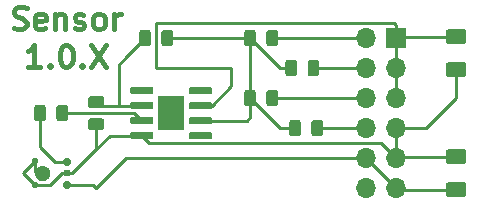
<source format=gbr>
G04 #@! TF.GenerationSoftware,KiCad,Pcbnew,(5.1.5-0-10_14)*
G04 #@! TF.CreationDate,2020-03-10T20:52:17-05:00*
G04 #@! TF.ProjectId,Sensors,53656e73-6f72-4732-9e6b-696361645f70,rev?*
G04 #@! TF.SameCoordinates,Original*
G04 #@! TF.FileFunction,Copper,L1,Top*
G04 #@! TF.FilePolarity,Positive*
%FSLAX46Y46*%
G04 Gerber Fmt 4.6, Leading zero omitted, Abs format (unit mm)*
G04 Created by KiCad (PCBNEW (5.1.5-0-10_14)) date 2020-03-10 20:52:17*
%MOMM*%
%LPD*%
G04 APERTURE LIST*
%ADD10C,0.381000*%
%ADD11C,0.010000*%
%ADD12R,2.290000X3.000000*%
%ADD13C,0.100000*%
%ADD14R,0.080000X0.080000*%
%ADD15C,0.612000*%
%ADD16C,0.562000*%
%ADD17C,0.723000*%
%ADD18O,1.700000X1.700000*%
%ADD19R,1.700000X1.700000*%
%ADD20C,0.250000*%
G04 APERTURE END LIST*
D10*
X123825000Y-80431821D02*
X124097142Y-80522535D01*
X124550714Y-80522535D01*
X124732142Y-80431821D01*
X124822857Y-80341107D01*
X124913571Y-80159678D01*
X124913571Y-79978250D01*
X124822857Y-79796821D01*
X124732142Y-79706107D01*
X124550714Y-79615392D01*
X124187857Y-79524678D01*
X124006428Y-79433964D01*
X123915714Y-79343250D01*
X123825000Y-79161821D01*
X123825000Y-78980392D01*
X123915714Y-78798964D01*
X124006428Y-78708250D01*
X124187857Y-78617535D01*
X124641428Y-78617535D01*
X124913571Y-78708250D01*
X126455714Y-80431821D02*
X126274285Y-80522535D01*
X125911428Y-80522535D01*
X125730000Y-80431821D01*
X125639285Y-80250392D01*
X125639285Y-79524678D01*
X125730000Y-79343250D01*
X125911428Y-79252535D01*
X126274285Y-79252535D01*
X126455714Y-79343250D01*
X126546428Y-79524678D01*
X126546428Y-79706107D01*
X125639285Y-79887535D01*
X127362857Y-79252535D02*
X127362857Y-80522535D01*
X127362857Y-79433964D02*
X127453571Y-79343250D01*
X127635000Y-79252535D01*
X127907142Y-79252535D01*
X128088571Y-79343250D01*
X128179285Y-79524678D01*
X128179285Y-80522535D01*
X128995714Y-80431821D02*
X129177142Y-80522535D01*
X129540000Y-80522535D01*
X129721428Y-80431821D01*
X129812142Y-80250392D01*
X129812142Y-80159678D01*
X129721428Y-79978250D01*
X129540000Y-79887535D01*
X129267857Y-79887535D01*
X129086428Y-79796821D01*
X128995714Y-79615392D01*
X128995714Y-79524678D01*
X129086428Y-79343250D01*
X129267857Y-79252535D01*
X129540000Y-79252535D01*
X129721428Y-79343250D01*
X130900714Y-80522535D02*
X130719285Y-80431821D01*
X130628571Y-80341107D01*
X130537857Y-80159678D01*
X130537857Y-79615392D01*
X130628571Y-79433964D01*
X130719285Y-79343250D01*
X130900714Y-79252535D01*
X131172857Y-79252535D01*
X131354285Y-79343250D01*
X131445000Y-79433964D01*
X131535714Y-79615392D01*
X131535714Y-80159678D01*
X131445000Y-80341107D01*
X131354285Y-80431821D01*
X131172857Y-80522535D01*
X130900714Y-80522535D01*
X132352142Y-80522535D02*
X132352142Y-79252535D01*
X132352142Y-79615392D02*
X132442857Y-79433964D01*
X132533571Y-79343250D01*
X132715000Y-79252535D01*
X132896428Y-79252535D01*
X126092857Y-83761035D02*
X125004285Y-83761035D01*
X125548571Y-83761035D02*
X125548571Y-81856035D01*
X125367142Y-82128178D01*
X125185714Y-82309607D01*
X125004285Y-82400321D01*
X126909285Y-83579607D02*
X127000000Y-83670321D01*
X126909285Y-83761035D01*
X126818571Y-83670321D01*
X126909285Y-83579607D01*
X126909285Y-83761035D01*
X128179285Y-81856035D02*
X128360714Y-81856035D01*
X128542142Y-81946750D01*
X128632857Y-82037464D01*
X128723571Y-82218892D01*
X128814285Y-82581750D01*
X128814285Y-83035321D01*
X128723571Y-83398178D01*
X128632857Y-83579607D01*
X128542142Y-83670321D01*
X128360714Y-83761035D01*
X128179285Y-83761035D01*
X127997857Y-83670321D01*
X127907142Y-83579607D01*
X127816428Y-83398178D01*
X127725714Y-83035321D01*
X127725714Y-82581750D01*
X127816428Y-82218892D01*
X127907142Y-82037464D01*
X127997857Y-81946750D01*
X128179285Y-81856035D01*
X129630714Y-83579607D02*
X129721428Y-83670321D01*
X129630714Y-83761035D01*
X129540000Y-83670321D01*
X129630714Y-83579607D01*
X129630714Y-83761035D01*
X130356428Y-81856035D02*
X131626428Y-83761035D01*
X131626428Y-81856035D02*
X130356428Y-83761035D01*
D11*
G36*
X126244000Y-93322000D02*
G01*
X126307971Y-93318647D01*
X126371242Y-93308626D01*
X126433118Y-93292047D01*
X126492923Y-93269090D01*
X126550000Y-93240008D01*
X126603725Y-93205118D01*
X126653508Y-93164805D01*
X126698805Y-93119508D01*
X126739118Y-93069725D01*
X126774008Y-93016000D01*
X126803090Y-92958923D01*
X126826047Y-92899118D01*
X126842626Y-92837242D01*
X126852647Y-92773971D01*
X126856000Y-92710000D01*
X126852647Y-92646029D01*
X126842626Y-92582758D01*
X126826047Y-92520882D01*
X126803090Y-92461077D01*
X126774008Y-92404000D01*
X126739118Y-92350275D01*
X126698805Y-92300492D01*
X126653508Y-92255195D01*
X126603725Y-92214882D01*
X126550000Y-92179992D01*
X126492923Y-92150910D01*
X126433118Y-92127953D01*
X126371242Y-92111374D01*
X126307971Y-92101353D01*
X126244000Y-92098000D01*
X126180029Y-92101353D01*
X126116758Y-92111374D01*
X126054882Y-92127953D01*
X125995077Y-92150910D01*
X125938000Y-92179992D01*
X125884275Y-92214882D01*
X125834492Y-92255195D01*
X125789195Y-92300492D01*
X125748882Y-92350275D01*
X125713992Y-92404000D01*
X125684910Y-92461077D01*
X125661953Y-92520882D01*
X125645374Y-92582758D01*
X125635353Y-92646029D01*
X125632000Y-92710000D01*
X125635353Y-92773971D01*
X125645374Y-92837242D01*
X125661953Y-92899118D01*
X125684910Y-92958923D01*
X125713992Y-93016000D01*
X125748882Y-93069725D01*
X125789195Y-93119508D01*
X125834492Y-93164805D01*
X125884275Y-93205118D01*
X125938000Y-93240008D01*
X125995077Y-93269090D01*
X126054882Y-93292047D01*
X126116758Y-93308626D01*
X126180029Y-93318647D01*
X126244000Y-93322000D01*
X126244000Y-93015000D01*
X126275881Y-93013329D01*
X126307413Y-93008335D01*
X126338250Y-93000072D01*
X126368055Y-92988631D01*
X126396500Y-92974138D01*
X126423275Y-92956750D01*
X126448085Y-92936659D01*
X126470659Y-92914085D01*
X126490750Y-92889275D01*
X126508138Y-92862500D01*
X126522631Y-92834055D01*
X126534072Y-92804250D01*
X126542335Y-92773413D01*
X126547329Y-92741881D01*
X126549000Y-92710000D01*
X126547329Y-92678119D01*
X126542335Y-92646587D01*
X126534072Y-92615750D01*
X126522631Y-92585945D01*
X126508138Y-92557500D01*
X126490750Y-92530725D01*
X126470659Y-92505915D01*
X126448085Y-92483341D01*
X126423275Y-92463250D01*
X126396500Y-92445862D01*
X126368055Y-92431369D01*
X126338250Y-92419928D01*
X126307413Y-92411665D01*
X126275881Y-92406671D01*
X126244000Y-92405000D01*
X126275881Y-92406671D01*
X126307413Y-92411665D01*
X126338250Y-92419928D01*
X126368055Y-92431369D01*
X126396500Y-92445862D01*
X126423275Y-92463250D01*
X126448085Y-92483341D01*
X126470659Y-92505915D01*
X126490750Y-92530725D01*
X126508138Y-92557500D01*
X126522631Y-92585945D01*
X126534072Y-92615750D01*
X126542335Y-92646587D01*
X126547329Y-92678119D01*
X126549000Y-92710000D01*
X126547329Y-92741881D01*
X126542335Y-92773413D01*
X126534072Y-92804250D01*
X126522631Y-92834055D01*
X126508138Y-92862500D01*
X126490750Y-92889275D01*
X126470659Y-92914085D01*
X126448085Y-92936659D01*
X126423275Y-92956750D01*
X126396500Y-92974138D01*
X126368055Y-92988631D01*
X126338250Y-93000072D01*
X126307413Y-93008335D01*
X126275881Y-93013329D01*
X126244000Y-93015000D01*
X126244000Y-93322000D01*
G37*
X126244000Y-93322000D02*
X126307971Y-93318647D01*
X126371242Y-93308626D01*
X126433118Y-93292047D01*
X126492923Y-93269090D01*
X126550000Y-93240008D01*
X126603725Y-93205118D01*
X126653508Y-93164805D01*
X126698805Y-93119508D01*
X126739118Y-93069725D01*
X126774008Y-93016000D01*
X126803090Y-92958923D01*
X126826047Y-92899118D01*
X126842626Y-92837242D01*
X126852647Y-92773971D01*
X126856000Y-92710000D01*
X126852647Y-92646029D01*
X126842626Y-92582758D01*
X126826047Y-92520882D01*
X126803090Y-92461077D01*
X126774008Y-92404000D01*
X126739118Y-92350275D01*
X126698805Y-92300492D01*
X126653508Y-92255195D01*
X126603725Y-92214882D01*
X126550000Y-92179992D01*
X126492923Y-92150910D01*
X126433118Y-92127953D01*
X126371242Y-92111374D01*
X126307971Y-92101353D01*
X126244000Y-92098000D01*
X126180029Y-92101353D01*
X126116758Y-92111374D01*
X126054882Y-92127953D01*
X125995077Y-92150910D01*
X125938000Y-92179992D01*
X125884275Y-92214882D01*
X125834492Y-92255195D01*
X125789195Y-92300492D01*
X125748882Y-92350275D01*
X125713992Y-92404000D01*
X125684910Y-92461077D01*
X125661953Y-92520882D01*
X125645374Y-92582758D01*
X125635353Y-92646029D01*
X125632000Y-92710000D01*
X125635353Y-92773971D01*
X125645374Y-92837242D01*
X125661953Y-92899118D01*
X125684910Y-92958923D01*
X125713992Y-93016000D01*
X125748882Y-93069725D01*
X125789195Y-93119508D01*
X125834492Y-93164805D01*
X125884275Y-93205118D01*
X125938000Y-93240008D01*
X125995077Y-93269090D01*
X126054882Y-93292047D01*
X126116758Y-93308626D01*
X126180029Y-93318647D01*
X126244000Y-93322000D01*
X126244000Y-93015000D01*
X126275881Y-93013329D01*
X126307413Y-93008335D01*
X126338250Y-93000072D01*
X126368055Y-92988631D01*
X126396500Y-92974138D01*
X126423275Y-92956750D01*
X126448085Y-92936659D01*
X126470659Y-92914085D01*
X126490750Y-92889275D01*
X126508138Y-92862500D01*
X126522631Y-92834055D01*
X126534072Y-92804250D01*
X126542335Y-92773413D01*
X126547329Y-92741881D01*
X126549000Y-92710000D01*
X126547329Y-92678119D01*
X126542335Y-92646587D01*
X126534072Y-92615750D01*
X126522631Y-92585945D01*
X126508138Y-92557500D01*
X126490750Y-92530725D01*
X126470659Y-92505915D01*
X126448085Y-92483341D01*
X126423275Y-92463250D01*
X126396500Y-92445862D01*
X126368055Y-92431369D01*
X126338250Y-92419928D01*
X126307413Y-92411665D01*
X126275881Y-92406671D01*
X126244000Y-92405000D01*
X126275881Y-92406671D01*
X126307413Y-92411665D01*
X126338250Y-92419928D01*
X126368055Y-92431369D01*
X126396500Y-92445862D01*
X126423275Y-92463250D01*
X126448085Y-92483341D01*
X126470659Y-92505915D01*
X126490750Y-92530725D01*
X126508138Y-92557500D01*
X126522631Y-92585945D01*
X126534072Y-92615750D01*
X126542335Y-92646587D01*
X126547329Y-92678119D01*
X126549000Y-92710000D01*
X126547329Y-92741881D01*
X126542335Y-92773413D01*
X126534072Y-92804250D01*
X126522631Y-92834055D01*
X126508138Y-92862500D01*
X126490750Y-92889275D01*
X126470659Y-92914085D01*
X126448085Y-92936659D01*
X126423275Y-92956750D01*
X126396500Y-92974138D01*
X126368055Y-92988631D01*
X126338250Y-93000072D01*
X126307413Y-93008335D01*
X126275881Y-93013329D01*
X126244000Y-93015000D01*
X126244000Y-93322000D01*
D12*
X137160000Y-87630000D03*
G04 #@! TA.AperFunction,SMDPad,CuDef*
D13*
G36*
X140474703Y-85425722D02*
G01*
X140489264Y-85427882D01*
X140503543Y-85431459D01*
X140517403Y-85436418D01*
X140530710Y-85442712D01*
X140543336Y-85450280D01*
X140555159Y-85459048D01*
X140566066Y-85468934D01*
X140575952Y-85479841D01*
X140584720Y-85491664D01*
X140592288Y-85504290D01*
X140598582Y-85517597D01*
X140603541Y-85531457D01*
X140607118Y-85545736D01*
X140609278Y-85560297D01*
X140610000Y-85575000D01*
X140610000Y-85875000D01*
X140609278Y-85889703D01*
X140607118Y-85904264D01*
X140603541Y-85918543D01*
X140598582Y-85932403D01*
X140592288Y-85945710D01*
X140584720Y-85958336D01*
X140575952Y-85970159D01*
X140566066Y-85981066D01*
X140555159Y-85990952D01*
X140543336Y-85999720D01*
X140530710Y-86007288D01*
X140517403Y-86013582D01*
X140503543Y-86018541D01*
X140489264Y-86022118D01*
X140474703Y-86024278D01*
X140460000Y-86025000D01*
X138810000Y-86025000D01*
X138795297Y-86024278D01*
X138780736Y-86022118D01*
X138766457Y-86018541D01*
X138752597Y-86013582D01*
X138739290Y-86007288D01*
X138726664Y-85999720D01*
X138714841Y-85990952D01*
X138703934Y-85981066D01*
X138694048Y-85970159D01*
X138685280Y-85958336D01*
X138677712Y-85945710D01*
X138671418Y-85932403D01*
X138666459Y-85918543D01*
X138662882Y-85904264D01*
X138660722Y-85889703D01*
X138660000Y-85875000D01*
X138660000Y-85575000D01*
X138660722Y-85560297D01*
X138662882Y-85545736D01*
X138666459Y-85531457D01*
X138671418Y-85517597D01*
X138677712Y-85504290D01*
X138685280Y-85491664D01*
X138694048Y-85479841D01*
X138703934Y-85468934D01*
X138714841Y-85459048D01*
X138726664Y-85450280D01*
X138739290Y-85442712D01*
X138752597Y-85436418D01*
X138766457Y-85431459D01*
X138780736Y-85427882D01*
X138795297Y-85425722D01*
X138810000Y-85425000D01*
X140460000Y-85425000D01*
X140474703Y-85425722D01*
G37*
G04 #@! TD.AperFunction*
G04 #@! TA.AperFunction,SMDPad,CuDef*
G36*
X140474703Y-86695722D02*
G01*
X140489264Y-86697882D01*
X140503543Y-86701459D01*
X140517403Y-86706418D01*
X140530710Y-86712712D01*
X140543336Y-86720280D01*
X140555159Y-86729048D01*
X140566066Y-86738934D01*
X140575952Y-86749841D01*
X140584720Y-86761664D01*
X140592288Y-86774290D01*
X140598582Y-86787597D01*
X140603541Y-86801457D01*
X140607118Y-86815736D01*
X140609278Y-86830297D01*
X140610000Y-86845000D01*
X140610000Y-87145000D01*
X140609278Y-87159703D01*
X140607118Y-87174264D01*
X140603541Y-87188543D01*
X140598582Y-87202403D01*
X140592288Y-87215710D01*
X140584720Y-87228336D01*
X140575952Y-87240159D01*
X140566066Y-87251066D01*
X140555159Y-87260952D01*
X140543336Y-87269720D01*
X140530710Y-87277288D01*
X140517403Y-87283582D01*
X140503543Y-87288541D01*
X140489264Y-87292118D01*
X140474703Y-87294278D01*
X140460000Y-87295000D01*
X138810000Y-87295000D01*
X138795297Y-87294278D01*
X138780736Y-87292118D01*
X138766457Y-87288541D01*
X138752597Y-87283582D01*
X138739290Y-87277288D01*
X138726664Y-87269720D01*
X138714841Y-87260952D01*
X138703934Y-87251066D01*
X138694048Y-87240159D01*
X138685280Y-87228336D01*
X138677712Y-87215710D01*
X138671418Y-87202403D01*
X138666459Y-87188543D01*
X138662882Y-87174264D01*
X138660722Y-87159703D01*
X138660000Y-87145000D01*
X138660000Y-86845000D01*
X138660722Y-86830297D01*
X138662882Y-86815736D01*
X138666459Y-86801457D01*
X138671418Y-86787597D01*
X138677712Y-86774290D01*
X138685280Y-86761664D01*
X138694048Y-86749841D01*
X138703934Y-86738934D01*
X138714841Y-86729048D01*
X138726664Y-86720280D01*
X138739290Y-86712712D01*
X138752597Y-86706418D01*
X138766457Y-86701459D01*
X138780736Y-86697882D01*
X138795297Y-86695722D01*
X138810000Y-86695000D01*
X140460000Y-86695000D01*
X140474703Y-86695722D01*
G37*
G04 #@! TD.AperFunction*
G04 #@! TA.AperFunction,SMDPad,CuDef*
G36*
X140474703Y-87965722D02*
G01*
X140489264Y-87967882D01*
X140503543Y-87971459D01*
X140517403Y-87976418D01*
X140530710Y-87982712D01*
X140543336Y-87990280D01*
X140555159Y-87999048D01*
X140566066Y-88008934D01*
X140575952Y-88019841D01*
X140584720Y-88031664D01*
X140592288Y-88044290D01*
X140598582Y-88057597D01*
X140603541Y-88071457D01*
X140607118Y-88085736D01*
X140609278Y-88100297D01*
X140610000Y-88115000D01*
X140610000Y-88415000D01*
X140609278Y-88429703D01*
X140607118Y-88444264D01*
X140603541Y-88458543D01*
X140598582Y-88472403D01*
X140592288Y-88485710D01*
X140584720Y-88498336D01*
X140575952Y-88510159D01*
X140566066Y-88521066D01*
X140555159Y-88530952D01*
X140543336Y-88539720D01*
X140530710Y-88547288D01*
X140517403Y-88553582D01*
X140503543Y-88558541D01*
X140489264Y-88562118D01*
X140474703Y-88564278D01*
X140460000Y-88565000D01*
X138810000Y-88565000D01*
X138795297Y-88564278D01*
X138780736Y-88562118D01*
X138766457Y-88558541D01*
X138752597Y-88553582D01*
X138739290Y-88547288D01*
X138726664Y-88539720D01*
X138714841Y-88530952D01*
X138703934Y-88521066D01*
X138694048Y-88510159D01*
X138685280Y-88498336D01*
X138677712Y-88485710D01*
X138671418Y-88472403D01*
X138666459Y-88458543D01*
X138662882Y-88444264D01*
X138660722Y-88429703D01*
X138660000Y-88415000D01*
X138660000Y-88115000D01*
X138660722Y-88100297D01*
X138662882Y-88085736D01*
X138666459Y-88071457D01*
X138671418Y-88057597D01*
X138677712Y-88044290D01*
X138685280Y-88031664D01*
X138694048Y-88019841D01*
X138703934Y-88008934D01*
X138714841Y-87999048D01*
X138726664Y-87990280D01*
X138739290Y-87982712D01*
X138752597Y-87976418D01*
X138766457Y-87971459D01*
X138780736Y-87967882D01*
X138795297Y-87965722D01*
X138810000Y-87965000D01*
X140460000Y-87965000D01*
X140474703Y-87965722D01*
G37*
G04 #@! TD.AperFunction*
G04 #@! TA.AperFunction,SMDPad,CuDef*
G36*
X140474703Y-89235722D02*
G01*
X140489264Y-89237882D01*
X140503543Y-89241459D01*
X140517403Y-89246418D01*
X140530710Y-89252712D01*
X140543336Y-89260280D01*
X140555159Y-89269048D01*
X140566066Y-89278934D01*
X140575952Y-89289841D01*
X140584720Y-89301664D01*
X140592288Y-89314290D01*
X140598582Y-89327597D01*
X140603541Y-89341457D01*
X140607118Y-89355736D01*
X140609278Y-89370297D01*
X140610000Y-89385000D01*
X140610000Y-89685000D01*
X140609278Y-89699703D01*
X140607118Y-89714264D01*
X140603541Y-89728543D01*
X140598582Y-89742403D01*
X140592288Y-89755710D01*
X140584720Y-89768336D01*
X140575952Y-89780159D01*
X140566066Y-89791066D01*
X140555159Y-89800952D01*
X140543336Y-89809720D01*
X140530710Y-89817288D01*
X140517403Y-89823582D01*
X140503543Y-89828541D01*
X140489264Y-89832118D01*
X140474703Y-89834278D01*
X140460000Y-89835000D01*
X138810000Y-89835000D01*
X138795297Y-89834278D01*
X138780736Y-89832118D01*
X138766457Y-89828541D01*
X138752597Y-89823582D01*
X138739290Y-89817288D01*
X138726664Y-89809720D01*
X138714841Y-89800952D01*
X138703934Y-89791066D01*
X138694048Y-89780159D01*
X138685280Y-89768336D01*
X138677712Y-89755710D01*
X138671418Y-89742403D01*
X138666459Y-89728543D01*
X138662882Y-89714264D01*
X138660722Y-89699703D01*
X138660000Y-89685000D01*
X138660000Y-89385000D01*
X138660722Y-89370297D01*
X138662882Y-89355736D01*
X138666459Y-89341457D01*
X138671418Y-89327597D01*
X138677712Y-89314290D01*
X138685280Y-89301664D01*
X138694048Y-89289841D01*
X138703934Y-89278934D01*
X138714841Y-89269048D01*
X138726664Y-89260280D01*
X138739290Y-89252712D01*
X138752597Y-89246418D01*
X138766457Y-89241459D01*
X138780736Y-89237882D01*
X138795297Y-89235722D01*
X138810000Y-89235000D01*
X140460000Y-89235000D01*
X140474703Y-89235722D01*
G37*
G04 #@! TD.AperFunction*
G04 #@! TA.AperFunction,SMDPad,CuDef*
G36*
X135524703Y-89235722D02*
G01*
X135539264Y-89237882D01*
X135553543Y-89241459D01*
X135567403Y-89246418D01*
X135580710Y-89252712D01*
X135593336Y-89260280D01*
X135605159Y-89269048D01*
X135616066Y-89278934D01*
X135625952Y-89289841D01*
X135634720Y-89301664D01*
X135642288Y-89314290D01*
X135648582Y-89327597D01*
X135653541Y-89341457D01*
X135657118Y-89355736D01*
X135659278Y-89370297D01*
X135660000Y-89385000D01*
X135660000Y-89685000D01*
X135659278Y-89699703D01*
X135657118Y-89714264D01*
X135653541Y-89728543D01*
X135648582Y-89742403D01*
X135642288Y-89755710D01*
X135634720Y-89768336D01*
X135625952Y-89780159D01*
X135616066Y-89791066D01*
X135605159Y-89800952D01*
X135593336Y-89809720D01*
X135580710Y-89817288D01*
X135567403Y-89823582D01*
X135553543Y-89828541D01*
X135539264Y-89832118D01*
X135524703Y-89834278D01*
X135510000Y-89835000D01*
X133860000Y-89835000D01*
X133845297Y-89834278D01*
X133830736Y-89832118D01*
X133816457Y-89828541D01*
X133802597Y-89823582D01*
X133789290Y-89817288D01*
X133776664Y-89809720D01*
X133764841Y-89800952D01*
X133753934Y-89791066D01*
X133744048Y-89780159D01*
X133735280Y-89768336D01*
X133727712Y-89755710D01*
X133721418Y-89742403D01*
X133716459Y-89728543D01*
X133712882Y-89714264D01*
X133710722Y-89699703D01*
X133710000Y-89685000D01*
X133710000Y-89385000D01*
X133710722Y-89370297D01*
X133712882Y-89355736D01*
X133716459Y-89341457D01*
X133721418Y-89327597D01*
X133727712Y-89314290D01*
X133735280Y-89301664D01*
X133744048Y-89289841D01*
X133753934Y-89278934D01*
X133764841Y-89269048D01*
X133776664Y-89260280D01*
X133789290Y-89252712D01*
X133802597Y-89246418D01*
X133816457Y-89241459D01*
X133830736Y-89237882D01*
X133845297Y-89235722D01*
X133860000Y-89235000D01*
X135510000Y-89235000D01*
X135524703Y-89235722D01*
G37*
G04 #@! TD.AperFunction*
G04 #@! TA.AperFunction,SMDPad,CuDef*
G36*
X135524703Y-87965722D02*
G01*
X135539264Y-87967882D01*
X135553543Y-87971459D01*
X135567403Y-87976418D01*
X135580710Y-87982712D01*
X135593336Y-87990280D01*
X135605159Y-87999048D01*
X135616066Y-88008934D01*
X135625952Y-88019841D01*
X135634720Y-88031664D01*
X135642288Y-88044290D01*
X135648582Y-88057597D01*
X135653541Y-88071457D01*
X135657118Y-88085736D01*
X135659278Y-88100297D01*
X135660000Y-88115000D01*
X135660000Y-88415000D01*
X135659278Y-88429703D01*
X135657118Y-88444264D01*
X135653541Y-88458543D01*
X135648582Y-88472403D01*
X135642288Y-88485710D01*
X135634720Y-88498336D01*
X135625952Y-88510159D01*
X135616066Y-88521066D01*
X135605159Y-88530952D01*
X135593336Y-88539720D01*
X135580710Y-88547288D01*
X135567403Y-88553582D01*
X135553543Y-88558541D01*
X135539264Y-88562118D01*
X135524703Y-88564278D01*
X135510000Y-88565000D01*
X133860000Y-88565000D01*
X133845297Y-88564278D01*
X133830736Y-88562118D01*
X133816457Y-88558541D01*
X133802597Y-88553582D01*
X133789290Y-88547288D01*
X133776664Y-88539720D01*
X133764841Y-88530952D01*
X133753934Y-88521066D01*
X133744048Y-88510159D01*
X133735280Y-88498336D01*
X133727712Y-88485710D01*
X133721418Y-88472403D01*
X133716459Y-88458543D01*
X133712882Y-88444264D01*
X133710722Y-88429703D01*
X133710000Y-88415000D01*
X133710000Y-88115000D01*
X133710722Y-88100297D01*
X133712882Y-88085736D01*
X133716459Y-88071457D01*
X133721418Y-88057597D01*
X133727712Y-88044290D01*
X133735280Y-88031664D01*
X133744048Y-88019841D01*
X133753934Y-88008934D01*
X133764841Y-87999048D01*
X133776664Y-87990280D01*
X133789290Y-87982712D01*
X133802597Y-87976418D01*
X133816457Y-87971459D01*
X133830736Y-87967882D01*
X133845297Y-87965722D01*
X133860000Y-87965000D01*
X135510000Y-87965000D01*
X135524703Y-87965722D01*
G37*
G04 #@! TD.AperFunction*
G04 #@! TA.AperFunction,SMDPad,CuDef*
G36*
X135524703Y-86695722D02*
G01*
X135539264Y-86697882D01*
X135553543Y-86701459D01*
X135567403Y-86706418D01*
X135580710Y-86712712D01*
X135593336Y-86720280D01*
X135605159Y-86729048D01*
X135616066Y-86738934D01*
X135625952Y-86749841D01*
X135634720Y-86761664D01*
X135642288Y-86774290D01*
X135648582Y-86787597D01*
X135653541Y-86801457D01*
X135657118Y-86815736D01*
X135659278Y-86830297D01*
X135660000Y-86845000D01*
X135660000Y-87145000D01*
X135659278Y-87159703D01*
X135657118Y-87174264D01*
X135653541Y-87188543D01*
X135648582Y-87202403D01*
X135642288Y-87215710D01*
X135634720Y-87228336D01*
X135625952Y-87240159D01*
X135616066Y-87251066D01*
X135605159Y-87260952D01*
X135593336Y-87269720D01*
X135580710Y-87277288D01*
X135567403Y-87283582D01*
X135553543Y-87288541D01*
X135539264Y-87292118D01*
X135524703Y-87294278D01*
X135510000Y-87295000D01*
X133860000Y-87295000D01*
X133845297Y-87294278D01*
X133830736Y-87292118D01*
X133816457Y-87288541D01*
X133802597Y-87283582D01*
X133789290Y-87277288D01*
X133776664Y-87269720D01*
X133764841Y-87260952D01*
X133753934Y-87251066D01*
X133744048Y-87240159D01*
X133735280Y-87228336D01*
X133727712Y-87215710D01*
X133721418Y-87202403D01*
X133716459Y-87188543D01*
X133712882Y-87174264D01*
X133710722Y-87159703D01*
X133710000Y-87145000D01*
X133710000Y-86845000D01*
X133710722Y-86830297D01*
X133712882Y-86815736D01*
X133716459Y-86801457D01*
X133721418Y-86787597D01*
X133727712Y-86774290D01*
X133735280Y-86761664D01*
X133744048Y-86749841D01*
X133753934Y-86738934D01*
X133764841Y-86729048D01*
X133776664Y-86720280D01*
X133789290Y-86712712D01*
X133802597Y-86706418D01*
X133816457Y-86701459D01*
X133830736Y-86697882D01*
X133845297Y-86695722D01*
X133860000Y-86695000D01*
X135510000Y-86695000D01*
X135524703Y-86695722D01*
G37*
G04 #@! TD.AperFunction*
G04 #@! TA.AperFunction,SMDPad,CuDef*
G36*
X135524703Y-85425722D02*
G01*
X135539264Y-85427882D01*
X135553543Y-85431459D01*
X135567403Y-85436418D01*
X135580710Y-85442712D01*
X135593336Y-85450280D01*
X135605159Y-85459048D01*
X135616066Y-85468934D01*
X135625952Y-85479841D01*
X135634720Y-85491664D01*
X135642288Y-85504290D01*
X135648582Y-85517597D01*
X135653541Y-85531457D01*
X135657118Y-85545736D01*
X135659278Y-85560297D01*
X135660000Y-85575000D01*
X135660000Y-85875000D01*
X135659278Y-85889703D01*
X135657118Y-85904264D01*
X135653541Y-85918543D01*
X135648582Y-85932403D01*
X135642288Y-85945710D01*
X135634720Y-85958336D01*
X135625952Y-85970159D01*
X135616066Y-85981066D01*
X135605159Y-85990952D01*
X135593336Y-85999720D01*
X135580710Y-86007288D01*
X135567403Y-86013582D01*
X135553543Y-86018541D01*
X135539264Y-86022118D01*
X135524703Y-86024278D01*
X135510000Y-86025000D01*
X133860000Y-86025000D01*
X133845297Y-86024278D01*
X133830736Y-86022118D01*
X133816457Y-86018541D01*
X133802597Y-86013582D01*
X133789290Y-86007288D01*
X133776664Y-85999720D01*
X133764841Y-85990952D01*
X133753934Y-85981066D01*
X133744048Y-85970159D01*
X133735280Y-85958336D01*
X133727712Y-85945710D01*
X133721418Y-85932403D01*
X133716459Y-85918543D01*
X133712882Y-85904264D01*
X133710722Y-85889703D01*
X133710000Y-85875000D01*
X133710000Y-85575000D01*
X133710722Y-85560297D01*
X133712882Y-85545736D01*
X133716459Y-85531457D01*
X133721418Y-85517597D01*
X133727712Y-85504290D01*
X133735280Y-85491664D01*
X133744048Y-85479841D01*
X133753934Y-85468934D01*
X133764841Y-85459048D01*
X133776664Y-85450280D01*
X133789290Y-85442712D01*
X133802597Y-85436418D01*
X133816457Y-85431459D01*
X133830736Y-85427882D01*
X133845297Y-85425722D01*
X133860000Y-85425000D01*
X135510000Y-85425000D01*
X135524703Y-85425722D01*
G37*
G04 #@! TD.AperFunction*
G04 #@! TA.AperFunction,SMDPad,CuDef*
G36*
X147920142Y-88201174D02*
G01*
X147943803Y-88204684D01*
X147967007Y-88210496D01*
X147989529Y-88218554D01*
X148011153Y-88228782D01*
X148031670Y-88241079D01*
X148050883Y-88255329D01*
X148068607Y-88271393D01*
X148084671Y-88289117D01*
X148098921Y-88308330D01*
X148111218Y-88328847D01*
X148121446Y-88350471D01*
X148129504Y-88372993D01*
X148135316Y-88396197D01*
X148138826Y-88419858D01*
X148140000Y-88443750D01*
X148140000Y-89356250D01*
X148138826Y-89380142D01*
X148135316Y-89403803D01*
X148129504Y-89427007D01*
X148121446Y-89449529D01*
X148111218Y-89471153D01*
X148098921Y-89491670D01*
X148084671Y-89510883D01*
X148068607Y-89528607D01*
X148050883Y-89544671D01*
X148031670Y-89558921D01*
X148011153Y-89571218D01*
X147989529Y-89581446D01*
X147967007Y-89589504D01*
X147943803Y-89595316D01*
X147920142Y-89598826D01*
X147896250Y-89600000D01*
X147408750Y-89600000D01*
X147384858Y-89598826D01*
X147361197Y-89595316D01*
X147337993Y-89589504D01*
X147315471Y-89581446D01*
X147293847Y-89571218D01*
X147273330Y-89558921D01*
X147254117Y-89544671D01*
X147236393Y-89528607D01*
X147220329Y-89510883D01*
X147206079Y-89491670D01*
X147193782Y-89471153D01*
X147183554Y-89449529D01*
X147175496Y-89427007D01*
X147169684Y-89403803D01*
X147166174Y-89380142D01*
X147165000Y-89356250D01*
X147165000Y-88443750D01*
X147166174Y-88419858D01*
X147169684Y-88396197D01*
X147175496Y-88372993D01*
X147183554Y-88350471D01*
X147193782Y-88328847D01*
X147206079Y-88308330D01*
X147220329Y-88289117D01*
X147236393Y-88271393D01*
X147254117Y-88255329D01*
X147273330Y-88241079D01*
X147293847Y-88228782D01*
X147315471Y-88218554D01*
X147337993Y-88210496D01*
X147361197Y-88204684D01*
X147384858Y-88201174D01*
X147408750Y-88200000D01*
X147896250Y-88200000D01*
X147920142Y-88201174D01*
G37*
G04 #@! TD.AperFunction*
G04 #@! TA.AperFunction,SMDPad,CuDef*
G36*
X149795142Y-88201174D02*
G01*
X149818803Y-88204684D01*
X149842007Y-88210496D01*
X149864529Y-88218554D01*
X149886153Y-88228782D01*
X149906670Y-88241079D01*
X149925883Y-88255329D01*
X149943607Y-88271393D01*
X149959671Y-88289117D01*
X149973921Y-88308330D01*
X149986218Y-88328847D01*
X149996446Y-88350471D01*
X150004504Y-88372993D01*
X150010316Y-88396197D01*
X150013826Y-88419858D01*
X150015000Y-88443750D01*
X150015000Y-89356250D01*
X150013826Y-89380142D01*
X150010316Y-89403803D01*
X150004504Y-89427007D01*
X149996446Y-89449529D01*
X149986218Y-89471153D01*
X149973921Y-89491670D01*
X149959671Y-89510883D01*
X149943607Y-89528607D01*
X149925883Y-89544671D01*
X149906670Y-89558921D01*
X149886153Y-89571218D01*
X149864529Y-89581446D01*
X149842007Y-89589504D01*
X149818803Y-89595316D01*
X149795142Y-89598826D01*
X149771250Y-89600000D01*
X149283750Y-89600000D01*
X149259858Y-89598826D01*
X149236197Y-89595316D01*
X149212993Y-89589504D01*
X149190471Y-89581446D01*
X149168847Y-89571218D01*
X149148330Y-89558921D01*
X149129117Y-89544671D01*
X149111393Y-89528607D01*
X149095329Y-89510883D01*
X149081079Y-89491670D01*
X149068782Y-89471153D01*
X149058554Y-89449529D01*
X149050496Y-89427007D01*
X149044684Y-89403803D01*
X149041174Y-89380142D01*
X149040000Y-89356250D01*
X149040000Y-88443750D01*
X149041174Y-88419858D01*
X149044684Y-88396197D01*
X149050496Y-88372993D01*
X149058554Y-88350471D01*
X149068782Y-88328847D01*
X149081079Y-88308330D01*
X149095329Y-88289117D01*
X149111393Y-88271393D01*
X149129117Y-88255329D01*
X149148330Y-88241079D01*
X149168847Y-88228782D01*
X149190471Y-88218554D01*
X149212993Y-88210496D01*
X149236197Y-88204684D01*
X149259858Y-88201174D01*
X149283750Y-88200000D01*
X149771250Y-88200000D01*
X149795142Y-88201174D01*
G37*
G04 #@! TD.AperFunction*
G04 #@! TA.AperFunction,SMDPad,CuDef*
G36*
X135220142Y-80581174D02*
G01*
X135243803Y-80584684D01*
X135267007Y-80590496D01*
X135289529Y-80598554D01*
X135311153Y-80608782D01*
X135331670Y-80621079D01*
X135350883Y-80635329D01*
X135368607Y-80651393D01*
X135384671Y-80669117D01*
X135398921Y-80688330D01*
X135411218Y-80708847D01*
X135421446Y-80730471D01*
X135429504Y-80752993D01*
X135435316Y-80776197D01*
X135438826Y-80799858D01*
X135440000Y-80823750D01*
X135440000Y-81736250D01*
X135438826Y-81760142D01*
X135435316Y-81783803D01*
X135429504Y-81807007D01*
X135421446Y-81829529D01*
X135411218Y-81851153D01*
X135398921Y-81871670D01*
X135384671Y-81890883D01*
X135368607Y-81908607D01*
X135350883Y-81924671D01*
X135331670Y-81938921D01*
X135311153Y-81951218D01*
X135289529Y-81961446D01*
X135267007Y-81969504D01*
X135243803Y-81975316D01*
X135220142Y-81978826D01*
X135196250Y-81980000D01*
X134708750Y-81980000D01*
X134684858Y-81978826D01*
X134661197Y-81975316D01*
X134637993Y-81969504D01*
X134615471Y-81961446D01*
X134593847Y-81951218D01*
X134573330Y-81938921D01*
X134554117Y-81924671D01*
X134536393Y-81908607D01*
X134520329Y-81890883D01*
X134506079Y-81871670D01*
X134493782Y-81851153D01*
X134483554Y-81829529D01*
X134475496Y-81807007D01*
X134469684Y-81783803D01*
X134466174Y-81760142D01*
X134465000Y-81736250D01*
X134465000Y-80823750D01*
X134466174Y-80799858D01*
X134469684Y-80776197D01*
X134475496Y-80752993D01*
X134483554Y-80730471D01*
X134493782Y-80708847D01*
X134506079Y-80688330D01*
X134520329Y-80669117D01*
X134536393Y-80651393D01*
X134554117Y-80635329D01*
X134573330Y-80621079D01*
X134593847Y-80608782D01*
X134615471Y-80598554D01*
X134637993Y-80590496D01*
X134661197Y-80584684D01*
X134684858Y-80581174D01*
X134708750Y-80580000D01*
X135196250Y-80580000D01*
X135220142Y-80581174D01*
G37*
G04 #@! TD.AperFunction*
G04 #@! TA.AperFunction,SMDPad,CuDef*
G36*
X137095142Y-80581174D02*
G01*
X137118803Y-80584684D01*
X137142007Y-80590496D01*
X137164529Y-80598554D01*
X137186153Y-80608782D01*
X137206670Y-80621079D01*
X137225883Y-80635329D01*
X137243607Y-80651393D01*
X137259671Y-80669117D01*
X137273921Y-80688330D01*
X137286218Y-80708847D01*
X137296446Y-80730471D01*
X137304504Y-80752993D01*
X137310316Y-80776197D01*
X137313826Y-80799858D01*
X137315000Y-80823750D01*
X137315000Y-81736250D01*
X137313826Y-81760142D01*
X137310316Y-81783803D01*
X137304504Y-81807007D01*
X137296446Y-81829529D01*
X137286218Y-81851153D01*
X137273921Y-81871670D01*
X137259671Y-81890883D01*
X137243607Y-81908607D01*
X137225883Y-81924671D01*
X137206670Y-81938921D01*
X137186153Y-81951218D01*
X137164529Y-81961446D01*
X137142007Y-81969504D01*
X137118803Y-81975316D01*
X137095142Y-81978826D01*
X137071250Y-81980000D01*
X136583750Y-81980000D01*
X136559858Y-81978826D01*
X136536197Y-81975316D01*
X136512993Y-81969504D01*
X136490471Y-81961446D01*
X136468847Y-81951218D01*
X136448330Y-81938921D01*
X136429117Y-81924671D01*
X136411393Y-81908607D01*
X136395329Y-81890883D01*
X136381079Y-81871670D01*
X136368782Y-81851153D01*
X136358554Y-81829529D01*
X136350496Y-81807007D01*
X136344684Y-81783803D01*
X136341174Y-81760142D01*
X136340000Y-81736250D01*
X136340000Y-80823750D01*
X136341174Y-80799858D01*
X136344684Y-80776197D01*
X136350496Y-80752993D01*
X136358554Y-80730471D01*
X136368782Y-80708847D01*
X136381079Y-80688330D01*
X136395329Y-80669117D01*
X136411393Y-80651393D01*
X136429117Y-80635329D01*
X136448330Y-80621079D01*
X136468847Y-80608782D01*
X136490471Y-80598554D01*
X136512993Y-80590496D01*
X136536197Y-80584684D01*
X136559858Y-80581174D01*
X136583750Y-80580000D01*
X137071250Y-80580000D01*
X137095142Y-80581174D01*
G37*
G04 #@! TD.AperFunction*
G04 #@! TA.AperFunction,SMDPad,CuDef*
G36*
X147587642Y-83121174D02*
G01*
X147611303Y-83124684D01*
X147634507Y-83130496D01*
X147657029Y-83138554D01*
X147678653Y-83148782D01*
X147699170Y-83161079D01*
X147718383Y-83175329D01*
X147736107Y-83191393D01*
X147752171Y-83209117D01*
X147766421Y-83228330D01*
X147778718Y-83248847D01*
X147788946Y-83270471D01*
X147797004Y-83292993D01*
X147802816Y-83316197D01*
X147806326Y-83339858D01*
X147807500Y-83363750D01*
X147807500Y-84276250D01*
X147806326Y-84300142D01*
X147802816Y-84323803D01*
X147797004Y-84347007D01*
X147788946Y-84369529D01*
X147778718Y-84391153D01*
X147766421Y-84411670D01*
X147752171Y-84430883D01*
X147736107Y-84448607D01*
X147718383Y-84464671D01*
X147699170Y-84478921D01*
X147678653Y-84491218D01*
X147657029Y-84501446D01*
X147634507Y-84509504D01*
X147611303Y-84515316D01*
X147587642Y-84518826D01*
X147563750Y-84520000D01*
X147076250Y-84520000D01*
X147052358Y-84518826D01*
X147028697Y-84515316D01*
X147005493Y-84509504D01*
X146982971Y-84501446D01*
X146961347Y-84491218D01*
X146940830Y-84478921D01*
X146921617Y-84464671D01*
X146903893Y-84448607D01*
X146887829Y-84430883D01*
X146873579Y-84411670D01*
X146861282Y-84391153D01*
X146851054Y-84369529D01*
X146842996Y-84347007D01*
X146837184Y-84323803D01*
X146833674Y-84300142D01*
X146832500Y-84276250D01*
X146832500Y-83363750D01*
X146833674Y-83339858D01*
X146837184Y-83316197D01*
X146842996Y-83292993D01*
X146851054Y-83270471D01*
X146861282Y-83248847D01*
X146873579Y-83228330D01*
X146887829Y-83209117D01*
X146903893Y-83191393D01*
X146921617Y-83175329D01*
X146940830Y-83161079D01*
X146961347Y-83148782D01*
X146982971Y-83138554D01*
X147005493Y-83130496D01*
X147028697Y-83124684D01*
X147052358Y-83121174D01*
X147076250Y-83120000D01*
X147563750Y-83120000D01*
X147587642Y-83121174D01*
G37*
G04 #@! TD.AperFunction*
G04 #@! TA.AperFunction,SMDPad,CuDef*
G36*
X149462642Y-83121174D02*
G01*
X149486303Y-83124684D01*
X149509507Y-83130496D01*
X149532029Y-83138554D01*
X149553653Y-83148782D01*
X149574170Y-83161079D01*
X149593383Y-83175329D01*
X149611107Y-83191393D01*
X149627171Y-83209117D01*
X149641421Y-83228330D01*
X149653718Y-83248847D01*
X149663946Y-83270471D01*
X149672004Y-83292993D01*
X149677816Y-83316197D01*
X149681326Y-83339858D01*
X149682500Y-83363750D01*
X149682500Y-84276250D01*
X149681326Y-84300142D01*
X149677816Y-84323803D01*
X149672004Y-84347007D01*
X149663946Y-84369529D01*
X149653718Y-84391153D01*
X149641421Y-84411670D01*
X149627171Y-84430883D01*
X149611107Y-84448607D01*
X149593383Y-84464671D01*
X149574170Y-84478921D01*
X149553653Y-84491218D01*
X149532029Y-84501446D01*
X149509507Y-84509504D01*
X149486303Y-84515316D01*
X149462642Y-84518826D01*
X149438750Y-84520000D01*
X148951250Y-84520000D01*
X148927358Y-84518826D01*
X148903697Y-84515316D01*
X148880493Y-84509504D01*
X148857971Y-84501446D01*
X148836347Y-84491218D01*
X148815830Y-84478921D01*
X148796617Y-84464671D01*
X148778893Y-84448607D01*
X148762829Y-84430883D01*
X148748579Y-84411670D01*
X148736282Y-84391153D01*
X148726054Y-84369529D01*
X148717996Y-84347007D01*
X148712184Y-84323803D01*
X148708674Y-84300142D01*
X148707500Y-84276250D01*
X148707500Y-83363750D01*
X148708674Y-83339858D01*
X148712184Y-83316197D01*
X148717996Y-83292993D01*
X148726054Y-83270471D01*
X148736282Y-83248847D01*
X148748579Y-83228330D01*
X148762829Y-83209117D01*
X148778893Y-83191393D01*
X148796617Y-83175329D01*
X148815830Y-83161079D01*
X148836347Y-83148782D01*
X148857971Y-83138554D01*
X148880493Y-83130496D01*
X148903697Y-83124684D01*
X148927358Y-83121174D01*
X148951250Y-83120000D01*
X149438750Y-83120000D01*
X149462642Y-83121174D01*
G37*
G04 #@! TD.AperFunction*
G04 #@! TA.AperFunction,SMDPad,CuDef*
G36*
X144110142Y-85661174D02*
G01*
X144133803Y-85664684D01*
X144157007Y-85670496D01*
X144179529Y-85678554D01*
X144201153Y-85688782D01*
X144221670Y-85701079D01*
X144240883Y-85715329D01*
X144258607Y-85731393D01*
X144274671Y-85749117D01*
X144288921Y-85768330D01*
X144301218Y-85788847D01*
X144311446Y-85810471D01*
X144319504Y-85832993D01*
X144325316Y-85856197D01*
X144328826Y-85879858D01*
X144330000Y-85903750D01*
X144330000Y-86816250D01*
X144328826Y-86840142D01*
X144325316Y-86863803D01*
X144319504Y-86887007D01*
X144311446Y-86909529D01*
X144301218Y-86931153D01*
X144288921Y-86951670D01*
X144274671Y-86970883D01*
X144258607Y-86988607D01*
X144240883Y-87004671D01*
X144221670Y-87018921D01*
X144201153Y-87031218D01*
X144179529Y-87041446D01*
X144157007Y-87049504D01*
X144133803Y-87055316D01*
X144110142Y-87058826D01*
X144086250Y-87060000D01*
X143598750Y-87060000D01*
X143574858Y-87058826D01*
X143551197Y-87055316D01*
X143527993Y-87049504D01*
X143505471Y-87041446D01*
X143483847Y-87031218D01*
X143463330Y-87018921D01*
X143444117Y-87004671D01*
X143426393Y-86988607D01*
X143410329Y-86970883D01*
X143396079Y-86951670D01*
X143383782Y-86931153D01*
X143373554Y-86909529D01*
X143365496Y-86887007D01*
X143359684Y-86863803D01*
X143356174Y-86840142D01*
X143355000Y-86816250D01*
X143355000Y-85903750D01*
X143356174Y-85879858D01*
X143359684Y-85856197D01*
X143365496Y-85832993D01*
X143373554Y-85810471D01*
X143383782Y-85788847D01*
X143396079Y-85768330D01*
X143410329Y-85749117D01*
X143426393Y-85731393D01*
X143444117Y-85715329D01*
X143463330Y-85701079D01*
X143483847Y-85688782D01*
X143505471Y-85678554D01*
X143527993Y-85670496D01*
X143551197Y-85664684D01*
X143574858Y-85661174D01*
X143598750Y-85660000D01*
X144086250Y-85660000D01*
X144110142Y-85661174D01*
G37*
G04 #@! TD.AperFunction*
G04 #@! TA.AperFunction,SMDPad,CuDef*
G36*
X145985142Y-85661174D02*
G01*
X146008803Y-85664684D01*
X146032007Y-85670496D01*
X146054529Y-85678554D01*
X146076153Y-85688782D01*
X146096670Y-85701079D01*
X146115883Y-85715329D01*
X146133607Y-85731393D01*
X146149671Y-85749117D01*
X146163921Y-85768330D01*
X146176218Y-85788847D01*
X146186446Y-85810471D01*
X146194504Y-85832993D01*
X146200316Y-85856197D01*
X146203826Y-85879858D01*
X146205000Y-85903750D01*
X146205000Y-86816250D01*
X146203826Y-86840142D01*
X146200316Y-86863803D01*
X146194504Y-86887007D01*
X146186446Y-86909529D01*
X146176218Y-86931153D01*
X146163921Y-86951670D01*
X146149671Y-86970883D01*
X146133607Y-86988607D01*
X146115883Y-87004671D01*
X146096670Y-87018921D01*
X146076153Y-87031218D01*
X146054529Y-87041446D01*
X146032007Y-87049504D01*
X146008803Y-87055316D01*
X145985142Y-87058826D01*
X145961250Y-87060000D01*
X145473750Y-87060000D01*
X145449858Y-87058826D01*
X145426197Y-87055316D01*
X145402993Y-87049504D01*
X145380471Y-87041446D01*
X145358847Y-87031218D01*
X145338330Y-87018921D01*
X145319117Y-87004671D01*
X145301393Y-86988607D01*
X145285329Y-86970883D01*
X145271079Y-86951670D01*
X145258782Y-86931153D01*
X145248554Y-86909529D01*
X145240496Y-86887007D01*
X145234684Y-86863803D01*
X145231174Y-86840142D01*
X145230000Y-86816250D01*
X145230000Y-85903750D01*
X145231174Y-85879858D01*
X145234684Y-85856197D01*
X145240496Y-85832993D01*
X145248554Y-85810471D01*
X145258782Y-85788847D01*
X145271079Y-85768330D01*
X145285329Y-85749117D01*
X145301393Y-85731393D01*
X145319117Y-85715329D01*
X145338330Y-85701079D01*
X145358847Y-85688782D01*
X145380471Y-85678554D01*
X145402993Y-85670496D01*
X145426197Y-85664684D01*
X145449858Y-85661174D01*
X145473750Y-85660000D01*
X145961250Y-85660000D01*
X145985142Y-85661174D01*
G37*
G04 #@! TD.AperFunction*
G04 #@! TA.AperFunction,SMDPad,CuDef*
G36*
X145985142Y-80581174D02*
G01*
X146008803Y-80584684D01*
X146032007Y-80590496D01*
X146054529Y-80598554D01*
X146076153Y-80608782D01*
X146096670Y-80621079D01*
X146115883Y-80635329D01*
X146133607Y-80651393D01*
X146149671Y-80669117D01*
X146163921Y-80688330D01*
X146176218Y-80708847D01*
X146186446Y-80730471D01*
X146194504Y-80752993D01*
X146200316Y-80776197D01*
X146203826Y-80799858D01*
X146205000Y-80823750D01*
X146205000Y-81736250D01*
X146203826Y-81760142D01*
X146200316Y-81783803D01*
X146194504Y-81807007D01*
X146186446Y-81829529D01*
X146176218Y-81851153D01*
X146163921Y-81871670D01*
X146149671Y-81890883D01*
X146133607Y-81908607D01*
X146115883Y-81924671D01*
X146096670Y-81938921D01*
X146076153Y-81951218D01*
X146054529Y-81961446D01*
X146032007Y-81969504D01*
X146008803Y-81975316D01*
X145985142Y-81978826D01*
X145961250Y-81980000D01*
X145473750Y-81980000D01*
X145449858Y-81978826D01*
X145426197Y-81975316D01*
X145402993Y-81969504D01*
X145380471Y-81961446D01*
X145358847Y-81951218D01*
X145338330Y-81938921D01*
X145319117Y-81924671D01*
X145301393Y-81908607D01*
X145285329Y-81890883D01*
X145271079Y-81871670D01*
X145258782Y-81851153D01*
X145248554Y-81829529D01*
X145240496Y-81807007D01*
X145234684Y-81783803D01*
X145231174Y-81760142D01*
X145230000Y-81736250D01*
X145230000Y-80823750D01*
X145231174Y-80799858D01*
X145234684Y-80776197D01*
X145240496Y-80752993D01*
X145248554Y-80730471D01*
X145258782Y-80708847D01*
X145271079Y-80688330D01*
X145285329Y-80669117D01*
X145301393Y-80651393D01*
X145319117Y-80635329D01*
X145338330Y-80621079D01*
X145358847Y-80608782D01*
X145380471Y-80598554D01*
X145402993Y-80590496D01*
X145426197Y-80584684D01*
X145449858Y-80581174D01*
X145473750Y-80580000D01*
X145961250Y-80580000D01*
X145985142Y-80581174D01*
G37*
G04 #@! TD.AperFunction*
G04 #@! TA.AperFunction,SMDPad,CuDef*
G36*
X144110142Y-80581174D02*
G01*
X144133803Y-80584684D01*
X144157007Y-80590496D01*
X144179529Y-80598554D01*
X144201153Y-80608782D01*
X144221670Y-80621079D01*
X144240883Y-80635329D01*
X144258607Y-80651393D01*
X144274671Y-80669117D01*
X144288921Y-80688330D01*
X144301218Y-80708847D01*
X144311446Y-80730471D01*
X144319504Y-80752993D01*
X144325316Y-80776197D01*
X144328826Y-80799858D01*
X144330000Y-80823750D01*
X144330000Y-81736250D01*
X144328826Y-81760142D01*
X144325316Y-81783803D01*
X144319504Y-81807007D01*
X144311446Y-81829529D01*
X144301218Y-81851153D01*
X144288921Y-81871670D01*
X144274671Y-81890883D01*
X144258607Y-81908607D01*
X144240883Y-81924671D01*
X144221670Y-81938921D01*
X144201153Y-81951218D01*
X144179529Y-81961446D01*
X144157007Y-81969504D01*
X144133803Y-81975316D01*
X144110142Y-81978826D01*
X144086250Y-81980000D01*
X143598750Y-81980000D01*
X143574858Y-81978826D01*
X143551197Y-81975316D01*
X143527993Y-81969504D01*
X143505471Y-81961446D01*
X143483847Y-81951218D01*
X143463330Y-81938921D01*
X143444117Y-81924671D01*
X143426393Y-81908607D01*
X143410329Y-81890883D01*
X143396079Y-81871670D01*
X143383782Y-81851153D01*
X143373554Y-81829529D01*
X143365496Y-81807007D01*
X143359684Y-81783803D01*
X143356174Y-81760142D01*
X143355000Y-81736250D01*
X143355000Y-80823750D01*
X143356174Y-80799858D01*
X143359684Y-80776197D01*
X143365496Y-80752993D01*
X143373554Y-80730471D01*
X143383782Y-80708847D01*
X143396079Y-80688330D01*
X143410329Y-80669117D01*
X143426393Y-80651393D01*
X143444117Y-80635329D01*
X143463330Y-80621079D01*
X143483847Y-80608782D01*
X143505471Y-80598554D01*
X143527993Y-80590496D01*
X143551197Y-80584684D01*
X143574858Y-80581174D01*
X143598750Y-80580000D01*
X144086250Y-80580000D01*
X144110142Y-80581174D01*
G37*
G04 #@! TD.AperFunction*
G04 #@! TA.AperFunction,SMDPad,CuDef*
G36*
X131290142Y-88081174D02*
G01*
X131313803Y-88084684D01*
X131337007Y-88090496D01*
X131359529Y-88098554D01*
X131381153Y-88108782D01*
X131401670Y-88121079D01*
X131420883Y-88135329D01*
X131438607Y-88151393D01*
X131454671Y-88169117D01*
X131468921Y-88188330D01*
X131481218Y-88208847D01*
X131491446Y-88230471D01*
X131499504Y-88252993D01*
X131505316Y-88276197D01*
X131508826Y-88299858D01*
X131510000Y-88323750D01*
X131510000Y-88811250D01*
X131508826Y-88835142D01*
X131505316Y-88858803D01*
X131499504Y-88882007D01*
X131491446Y-88904529D01*
X131481218Y-88926153D01*
X131468921Y-88946670D01*
X131454671Y-88965883D01*
X131438607Y-88983607D01*
X131420883Y-88999671D01*
X131401670Y-89013921D01*
X131381153Y-89026218D01*
X131359529Y-89036446D01*
X131337007Y-89044504D01*
X131313803Y-89050316D01*
X131290142Y-89053826D01*
X131266250Y-89055000D01*
X130353750Y-89055000D01*
X130329858Y-89053826D01*
X130306197Y-89050316D01*
X130282993Y-89044504D01*
X130260471Y-89036446D01*
X130238847Y-89026218D01*
X130218330Y-89013921D01*
X130199117Y-88999671D01*
X130181393Y-88983607D01*
X130165329Y-88965883D01*
X130151079Y-88946670D01*
X130138782Y-88926153D01*
X130128554Y-88904529D01*
X130120496Y-88882007D01*
X130114684Y-88858803D01*
X130111174Y-88835142D01*
X130110000Y-88811250D01*
X130110000Y-88323750D01*
X130111174Y-88299858D01*
X130114684Y-88276197D01*
X130120496Y-88252993D01*
X130128554Y-88230471D01*
X130138782Y-88208847D01*
X130151079Y-88188330D01*
X130165329Y-88169117D01*
X130181393Y-88151393D01*
X130199117Y-88135329D01*
X130218330Y-88121079D01*
X130238847Y-88108782D01*
X130260471Y-88098554D01*
X130282993Y-88090496D01*
X130306197Y-88084684D01*
X130329858Y-88081174D01*
X130353750Y-88080000D01*
X131266250Y-88080000D01*
X131290142Y-88081174D01*
G37*
G04 #@! TD.AperFunction*
G04 #@! TA.AperFunction,SMDPad,CuDef*
G36*
X131290142Y-86206174D02*
G01*
X131313803Y-86209684D01*
X131337007Y-86215496D01*
X131359529Y-86223554D01*
X131381153Y-86233782D01*
X131401670Y-86246079D01*
X131420883Y-86260329D01*
X131438607Y-86276393D01*
X131454671Y-86294117D01*
X131468921Y-86313330D01*
X131481218Y-86333847D01*
X131491446Y-86355471D01*
X131499504Y-86377993D01*
X131505316Y-86401197D01*
X131508826Y-86424858D01*
X131510000Y-86448750D01*
X131510000Y-86936250D01*
X131508826Y-86960142D01*
X131505316Y-86983803D01*
X131499504Y-87007007D01*
X131491446Y-87029529D01*
X131481218Y-87051153D01*
X131468921Y-87071670D01*
X131454671Y-87090883D01*
X131438607Y-87108607D01*
X131420883Y-87124671D01*
X131401670Y-87138921D01*
X131381153Y-87151218D01*
X131359529Y-87161446D01*
X131337007Y-87169504D01*
X131313803Y-87175316D01*
X131290142Y-87178826D01*
X131266250Y-87180000D01*
X130353750Y-87180000D01*
X130329858Y-87178826D01*
X130306197Y-87175316D01*
X130282993Y-87169504D01*
X130260471Y-87161446D01*
X130238847Y-87151218D01*
X130218330Y-87138921D01*
X130199117Y-87124671D01*
X130181393Y-87108607D01*
X130165329Y-87090883D01*
X130151079Y-87071670D01*
X130138782Y-87051153D01*
X130128554Y-87029529D01*
X130120496Y-87007007D01*
X130114684Y-86983803D01*
X130111174Y-86960142D01*
X130110000Y-86936250D01*
X130110000Y-86448750D01*
X130111174Y-86424858D01*
X130114684Y-86401197D01*
X130120496Y-86377993D01*
X130128554Y-86355471D01*
X130138782Y-86333847D01*
X130151079Y-86313330D01*
X130165329Y-86294117D01*
X130181393Y-86276393D01*
X130199117Y-86260329D01*
X130218330Y-86246079D01*
X130238847Y-86233782D01*
X130260471Y-86223554D01*
X130282993Y-86215496D01*
X130306197Y-86209684D01*
X130329858Y-86206174D01*
X130353750Y-86205000D01*
X131266250Y-86205000D01*
X131290142Y-86206174D01*
G37*
G04 #@! TD.AperFunction*
D14*
X126244000Y-92260000D03*
D15*
X128347000Y-92710000D03*
D16*
X125610000Y-93725000D03*
X125610000Y-91695000D03*
D17*
X128347000Y-93676000D03*
X128347000Y-91744000D03*
D18*
X153670000Y-93980000D03*
X156210000Y-93980000D03*
X153670000Y-91440000D03*
X156210000Y-91440000D03*
X153670000Y-88900000D03*
X156210000Y-88900000D03*
X153670000Y-86360000D03*
X156210000Y-86360000D03*
X153670000Y-83820000D03*
X156210000Y-83820000D03*
X153670000Y-81280000D03*
D19*
X156210000Y-81280000D03*
G04 #@! TA.AperFunction,SMDPad,CuDef*
D13*
G36*
X161939504Y-83326204D02*
G01*
X161963773Y-83329804D01*
X161987571Y-83335765D01*
X162010671Y-83344030D01*
X162032849Y-83354520D01*
X162053893Y-83367133D01*
X162073598Y-83381747D01*
X162091777Y-83398223D01*
X162108253Y-83416402D01*
X162122867Y-83436107D01*
X162135480Y-83457151D01*
X162145970Y-83479329D01*
X162154235Y-83502429D01*
X162160196Y-83526227D01*
X162163796Y-83550496D01*
X162165000Y-83575000D01*
X162165000Y-84325000D01*
X162163796Y-84349504D01*
X162160196Y-84373773D01*
X162154235Y-84397571D01*
X162145970Y-84420671D01*
X162135480Y-84442849D01*
X162122867Y-84463893D01*
X162108253Y-84483598D01*
X162091777Y-84501777D01*
X162073598Y-84518253D01*
X162053893Y-84532867D01*
X162032849Y-84545480D01*
X162010671Y-84555970D01*
X161987571Y-84564235D01*
X161963773Y-84570196D01*
X161939504Y-84573796D01*
X161915000Y-84575000D01*
X160665000Y-84575000D01*
X160640496Y-84573796D01*
X160616227Y-84570196D01*
X160592429Y-84564235D01*
X160569329Y-84555970D01*
X160547151Y-84545480D01*
X160526107Y-84532867D01*
X160506402Y-84518253D01*
X160488223Y-84501777D01*
X160471747Y-84483598D01*
X160457133Y-84463893D01*
X160444520Y-84442849D01*
X160434030Y-84420671D01*
X160425765Y-84397571D01*
X160419804Y-84373773D01*
X160416204Y-84349504D01*
X160415000Y-84325000D01*
X160415000Y-83575000D01*
X160416204Y-83550496D01*
X160419804Y-83526227D01*
X160425765Y-83502429D01*
X160434030Y-83479329D01*
X160444520Y-83457151D01*
X160457133Y-83436107D01*
X160471747Y-83416402D01*
X160488223Y-83398223D01*
X160506402Y-83381747D01*
X160526107Y-83367133D01*
X160547151Y-83354520D01*
X160569329Y-83344030D01*
X160592429Y-83335765D01*
X160616227Y-83329804D01*
X160640496Y-83326204D01*
X160665000Y-83325000D01*
X161915000Y-83325000D01*
X161939504Y-83326204D01*
G37*
G04 #@! TD.AperFunction*
G04 #@! TA.AperFunction,SMDPad,CuDef*
G36*
X161939504Y-80526204D02*
G01*
X161963773Y-80529804D01*
X161987571Y-80535765D01*
X162010671Y-80544030D01*
X162032849Y-80554520D01*
X162053893Y-80567133D01*
X162073598Y-80581747D01*
X162091777Y-80598223D01*
X162108253Y-80616402D01*
X162122867Y-80636107D01*
X162135480Y-80657151D01*
X162145970Y-80679329D01*
X162154235Y-80702429D01*
X162160196Y-80726227D01*
X162163796Y-80750496D01*
X162165000Y-80775000D01*
X162165000Y-81525000D01*
X162163796Y-81549504D01*
X162160196Y-81573773D01*
X162154235Y-81597571D01*
X162145970Y-81620671D01*
X162135480Y-81642849D01*
X162122867Y-81663893D01*
X162108253Y-81683598D01*
X162091777Y-81701777D01*
X162073598Y-81718253D01*
X162053893Y-81732867D01*
X162032849Y-81745480D01*
X162010671Y-81755970D01*
X161987571Y-81764235D01*
X161963773Y-81770196D01*
X161939504Y-81773796D01*
X161915000Y-81775000D01*
X160665000Y-81775000D01*
X160640496Y-81773796D01*
X160616227Y-81770196D01*
X160592429Y-81764235D01*
X160569329Y-81755970D01*
X160547151Y-81745480D01*
X160526107Y-81732867D01*
X160506402Y-81718253D01*
X160488223Y-81701777D01*
X160471747Y-81683598D01*
X160457133Y-81663893D01*
X160444520Y-81642849D01*
X160434030Y-81620671D01*
X160425765Y-81597571D01*
X160419804Y-81573773D01*
X160416204Y-81549504D01*
X160415000Y-81525000D01*
X160415000Y-80775000D01*
X160416204Y-80750496D01*
X160419804Y-80726227D01*
X160425765Y-80702429D01*
X160434030Y-80679329D01*
X160444520Y-80657151D01*
X160457133Y-80636107D01*
X160471747Y-80616402D01*
X160488223Y-80598223D01*
X160506402Y-80581747D01*
X160526107Y-80567133D01*
X160547151Y-80554520D01*
X160569329Y-80544030D01*
X160592429Y-80535765D01*
X160616227Y-80529804D01*
X160640496Y-80526204D01*
X160665000Y-80525000D01*
X161915000Y-80525000D01*
X161939504Y-80526204D01*
G37*
G04 #@! TD.AperFunction*
G04 #@! TA.AperFunction,SMDPad,CuDef*
G36*
X161939504Y-90686204D02*
G01*
X161963773Y-90689804D01*
X161987571Y-90695765D01*
X162010671Y-90704030D01*
X162032849Y-90714520D01*
X162053893Y-90727133D01*
X162073598Y-90741747D01*
X162091777Y-90758223D01*
X162108253Y-90776402D01*
X162122867Y-90796107D01*
X162135480Y-90817151D01*
X162145970Y-90839329D01*
X162154235Y-90862429D01*
X162160196Y-90886227D01*
X162163796Y-90910496D01*
X162165000Y-90935000D01*
X162165000Y-91685000D01*
X162163796Y-91709504D01*
X162160196Y-91733773D01*
X162154235Y-91757571D01*
X162145970Y-91780671D01*
X162135480Y-91802849D01*
X162122867Y-91823893D01*
X162108253Y-91843598D01*
X162091777Y-91861777D01*
X162073598Y-91878253D01*
X162053893Y-91892867D01*
X162032849Y-91905480D01*
X162010671Y-91915970D01*
X161987571Y-91924235D01*
X161963773Y-91930196D01*
X161939504Y-91933796D01*
X161915000Y-91935000D01*
X160665000Y-91935000D01*
X160640496Y-91933796D01*
X160616227Y-91930196D01*
X160592429Y-91924235D01*
X160569329Y-91915970D01*
X160547151Y-91905480D01*
X160526107Y-91892867D01*
X160506402Y-91878253D01*
X160488223Y-91861777D01*
X160471747Y-91843598D01*
X160457133Y-91823893D01*
X160444520Y-91802849D01*
X160434030Y-91780671D01*
X160425765Y-91757571D01*
X160419804Y-91733773D01*
X160416204Y-91709504D01*
X160415000Y-91685000D01*
X160415000Y-90935000D01*
X160416204Y-90910496D01*
X160419804Y-90886227D01*
X160425765Y-90862429D01*
X160434030Y-90839329D01*
X160444520Y-90817151D01*
X160457133Y-90796107D01*
X160471747Y-90776402D01*
X160488223Y-90758223D01*
X160506402Y-90741747D01*
X160526107Y-90727133D01*
X160547151Y-90714520D01*
X160569329Y-90704030D01*
X160592429Y-90695765D01*
X160616227Y-90689804D01*
X160640496Y-90686204D01*
X160665000Y-90685000D01*
X161915000Y-90685000D01*
X161939504Y-90686204D01*
G37*
G04 #@! TD.AperFunction*
G04 #@! TA.AperFunction,SMDPad,CuDef*
G36*
X161939504Y-93486204D02*
G01*
X161963773Y-93489804D01*
X161987571Y-93495765D01*
X162010671Y-93504030D01*
X162032849Y-93514520D01*
X162053893Y-93527133D01*
X162073598Y-93541747D01*
X162091777Y-93558223D01*
X162108253Y-93576402D01*
X162122867Y-93596107D01*
X162135480Y-93617151D01*
X162145970Y-93639329D01*
X162154235Y-93662429D01*
X162160196Y-93686227D01*
X162163796Y-93710496D01*
X162165000Y-93735000D01*
X162165000Y-94485000D01*
X162163796Y-94509504D01*
X162160196Y-94533773D01*
X162154235Y-94557571D01*
X162145970Y-94580671D01*
X162135480Y-94602849D01*
X162122867Y-94623893D01*
X162108253Y-94643598D01*
X162091777Y-94661777D01*
X162073598Y-94678253D01*
X162053893Y-94692867D01*
X162032849Y-94705480D01*
X162010671Y-94715970D01*
X161987571Y-94724235D01*
X161963773Y-94730196D01*
X161939504Y-94733796D01*
X161915000Y-94735000D01*
X160665000Y-94735000D01*
X160640496Y-94733796D01*
X160616227Y-94730196D01*
X160592429Y-94724235D01*
X160569329Y-94715970D01*
X160547151Y-94705480D01*
X160526107Y-94692867D01*
X160506402Y-94678253D01*
X160488223Y-94661777D01*
X160471747Y-94643598D01*
X160457133Y-94623893D01*
X160444520Y-94602849D01*
X160434030Y-94580671D01*
X160425765Y-94557571D01*
X160419804Y-94533773D01*
X160416204Y-94509504D01*
X160415000Y-94485000D01*
X160415000Y-93735000D01*
X160416204Y-93710496D01*
X160419804Y-93686227D01*
X160425765Y-93662429D01*
X160434030Y-93639329D01*
X160444520Y-93617151D01*
X160457133Y-93596107D01*
X160471747Y-93576402D01*
X160488223Y-93558223D01*
X160506402Y-93541747D01*
X160526107Y-93527133D01*
X160547151Y-93514520D01*
X160569329Y-93504030D01*
X160592429Y-93495765D01*
X160616227Y-93489804D01*
X160640496Y-93486204D01*
X160665000Y-93485000D01*
X161915000Y-93485000D01*
X161939504Y-93486204D01*
G37*
G04 #@! TD.AperFunction*
G04 #@! TA.AperFunction,SMDPad,CuDef*
G36*
X126330142Y-86931174D02*
G01*
X126353803Y-86934684D01*
X126377007Y-86940496D01*
X126399529Y-86948554D01*
X126421153Y-86958782D01*
X126441670Y-86971079D01*
X126460883Y-86985329D01*
X126478607Y-87001393D01*
X126494671Y-87019117D01*
X126508921Y-87038330D01*
X126521218Y-87058847D01*
X126531446Y-87080471D01*
X126539504Y-87102993D01*
X126545316Y-87126197D01*
X126548826Y-87149858D01*
X126550000Y-87173750D01*
X126550000Y-88086250D01*
X126548826Y-88110142D01*
X126545316Y-88133803D01*
X126539504Y-88157007D01*
X126531446Y-88179529D01*
X126521218Y-88201153D01*
X126508921Y-88221670D01*
X126494671Y-88240883D01*
X126478607Y-88258607D01*
X126460883Y-88274671D01*
X126441670Y-88288921D01*
X126421153Y-88301218D01*
X126399529Y-88311446D01*
X126377007Y-88319504D01*
X126353803Y-88325316D01*
X126330142Y-88328826D01*
X126306250Y-88330000D01*
X125818750Y-88330000D01*
X125794858Y-88328826D01*
X125771197Y-88325316D01*
X125747993Y-88319504D01*
X125725471Y-88311446D01*
X125703847Y-88301218D01*
X125683330Y-88288921D01*
X125664117Y-88274671D01*
X125646393Y-88258607D01*
X125630329Y-88240883D01*
X125616079Y-88221670D01*
X125603782Y-88201153D01*
X125593554Y-88179529D01*
X125585496Y-88157007D01*
X125579684Y-88133803D01*
X125576174Y-88110142D01*
X125575000Y-88086250D01*
X125575000Y-87173750D01*
X125576174Y-87149858D01*
X125579684Y-87126197D01*
X125585496Y-87102993D01*
X125593554Y-87080471D01*
X125603782Y-87058847D01*
X125616079Y-87038330D01*
X125630329Y-87019117D01*
X125646393Y-87001393D01*
X125664117Y-86985329D01*
X125683330Y-86971079D01*
X125703847Y-86958782D01*
X125725471Y-86948554D01*
X125747993Y-86940496D01*
X125771197Y-86934684D01*
X125794858Y-86931174D01*
X125818750Y-86930000D01*
X126306250Y-86930000D01*
X126330142Y-86931174D01*
G37*
G04 #@! TD.AperFunction*
G04 #@! TA.AperFunction,SMDPad,CuDef*
G36*
X128205142Y-86931174D02*
G01*
X128228803Y-86934684D01*
X128252007Y-86940496D01*
X128274529Y-86948554D01*
X128296153Y-86958782D01*
X128316670Y-86971079D01*
X128335883Y-86985329D01*
X128353607Y-87001393D01*
X128369671Y-87019117D01*
X128383921Y-87038330D01*
X128396218Y-87058847D01*
X128406446Y-87080471D01*
X128414504Y-87102993D01*
X128420316Y-87126197D01*
X128423826Y-87149858D01*
X128425000Y-87173750D01*
X128425000Y-88086250D01*
X128423826Y-88110142D01*
X128420316Y-88133803D01*
X128414504Y-88157007D01*
X128406446Y-88179529D01*
X128396218Y-88201153D01*
X128383921Y-88221670D01*
X128369671Y-88240883D01*
X128353607Y-88258607D01*
X128335883Y-88274671D01*
X128316670Y-88288921D01*
X128296153Y-88301218D01*
X128274529Y-88311446D01*
X128252007Y-88319504D01*
X128228803Y-88325316D01*
X128205142Y-88328826D01*
X128181250Y-88330000D01*
X127693750Y-88330000D01*
X127669858Y-88328826D01*
X127646197Y-88325316D01*
X127622993Y-88319504D01*
X127600471Y-88311446D01*
X127578847Y-88301218D01*
X127558330Y-88288921D01*
X127539117Y-88274671D01*
X127521393Y-88258607D01*
X127505329Y-88240883D01*
X127491079Y-88221670D01*
X127478782Y-88201153D01*
X127468554Y-88179529D01*
X127460496Y-88157007D01*
X127454684Y-88133803D01*
X127451174Y-88110142D01*
X127450000Y-88086250D01*
X127450000Y-87173750D01*
X127451174Y-87149858D01*
X127454684Y-87126197D01*
X127460496Y-87102993D01*
X127468554Y-87080471D01*
X127478782Y-87058847D01*
X127491079Y-87038330D01*
X127505329Y-87019117D01*
X127521393Y-87001393D01*
X127539117Y-86985329D01*
X127558330Y-86971079D01*
X127578847Y-86958782D01*
X127600471Y-86948554D01*
X127622993Y-86940496D01*
X127646197Y-86934684D01*
X127669858Y-86931174D01*
X127693750Y-86930000D01*
X128181250Y-86930000D01*
X128205142Y-86931174D01*
G37*
G04 #@! TD.AperFunction*
D20*
X128347000Y-91744000D02*
X127304000Y-91744000D01*
X126062500Y-90502500D02*
X126062500Y-87630000D01*
X127304000Y-91744000D02*
X126062500Y-90502500D01*
X134050000Y-87630000D02*
X134685000Y-88265000D01*
X127937500Y-87630000D02*
X134050000Y-87630000D01*
X161290000Y-83950000D02*
X161290000Y-86360000D01*
X158750000Y-88900000D02*
X156210000Y-88900000D01*
X161290000Y-86360000D02*
X158750000Y-88900000D01*
X156340000Y-91310000D02*
X156210000Y-91440000D01*
X161290000Y-91310000D02*
X156340000Y-91310000D01*
X156210000Y-88900000D02*
X156210000Y-91440000D01*
X130810000Y-90679749D02*
X130810000Y-89055000D01*
X130810000Y-89055000D02*
X130810000Y-88567500D01*
X128779749Y-92710000D02*
X130810000Y-90679749D01*
X128347000Y-92710000D02*
X128779749Y-92710000D01*
X131954749Y-89535000D02*
X130810000Y-90679749D01*
X134685000Y-89535000D02*
X131954749Y-89535000D01*
X125610000Y-91695000D02*
X124595000Y-92710000D01*
X124595000Y-92710000D02*
X125610000Y-93725000D01*
X126007394Y-93725000D02*
X125610000Y-93725000D01*
X126899251Y-93725000D02*
X126007394Y-93725000D01*
X127914251Y-92710000D02*
X126899251Y-93725000D01*
X128347000Y-92710000D02*
X127914251Y-92710000D01*
X125610000Y-91695000D02*
X125610000Y-92590000D01*
X125610000Y-92590000D02*
X125730000Y-92710000D01*
X134685000Y-89535000D02*
X135320000Y-90170000D01*
X154940000Y-90170000D02*
X156210000Y-91440000D01*
X135320000Y-90170000D02*
X154940000Y-90170000D01*
X156340000Y-94110000D02*
X156210000Y-93980000D01*
X161290000Y-94110000D02*
X156340000Y-94110000D01*
X156210000Y-93980000D02*
X153670000Y-91440000D01*
X153670000Y-91440000D02*
X133350000Y-91440000D01*
X133350000Y-91440000D02*
X130810000Y-93980000D01*
X130506000Y-93676000D02*
X128347000Y-93676000D01*
X130810000Y-93980000D02*
X130506000Y-93676000D01*
X156340000Y-81150000D02*
X156210000Y-81280000D01*
X161290000Y-81150000D02*
X156340000Y-81150000D01*
X156210000Y-81280000D02*
X156210000Y-86360000D01*
X140610000Y-86995000D02*
X139635000Y-86995000D01*
X142240000Y-85365000D02*
X140610000Y-86995000D01*
X135890000Y-80010000D02*
X135890000Y-83820000D01*
X156040000Y-80010000D02*
X135890000Y-80010000D01*
X142240000Y-83820000D02*
X142240000Y-85365000D01*
X156210000Y-80180000D02*
X156040000Y-80010000D01*
X135890000Y-83820000D02*
X142240000Y-83820000D01*
X156210000Y-81280000D02*
X156210000Y-80180000D01*
X153670000Y-88900000D02*
X149527500Y-88900000D01*
X153670000Y-86360000D02*
X145717500Y-86360000D01*
X153670000Y-83820000D02*
X149195000Y-83820000D01*
X145717500Y-81280000D02*
X153670000Y-81280000D01*
X131112500Y-86995000D02*
X130810000Y-86692500D01*
X132715000Y-86995000D02*
X132715000Y-83517500D01*
X132715000Y-83517500D02*
X133350000Y-82882500D01*
X134685000Y-86995000D02*
X132715000Y-86995000D01*
X132715000Y-86995000D02*
X131112500Y-86995000D01*
X133350000Y-82882500D02*
X134952500Y-81280000D01*
X136827500Y-81280000D02*
X143842500Y-81280000D01*
X143842500Y-81280000D02*
X143842500Y-86360000D01*
X146382500Y-88900000D02*
X147652500Y-88900000D01*
X143842500Y-86360000D02*
X146382500Y-88900000D01*
X146382500Y-83820000D02*
X147320000Y-83820000D01*
X143842500Y-81280000D02*
X146382500Y-83820000D01*
X143540000Y-88265000D02*
X139635000Y-88265000D01*
X143842500Y-87962500D02*
X143842500Y-86360000D01*
X143540000Y-88265000D02*
X143842500Y-87962500D01*
M02*

</source>
